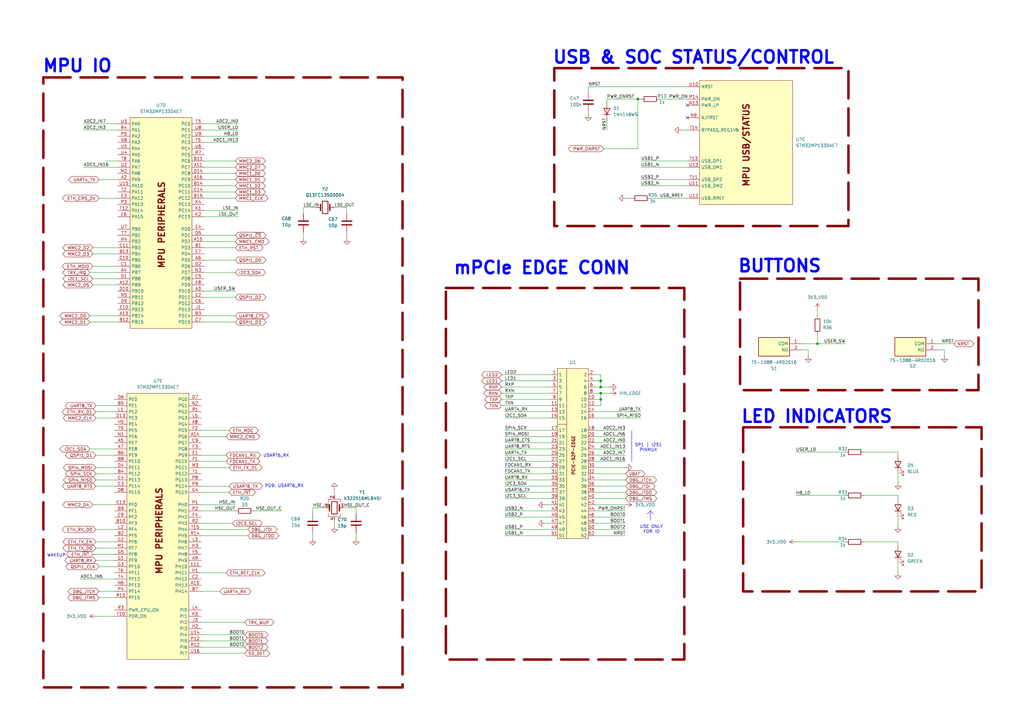
<source format=kicad_sch>
(kicad_sch (version 20250114) (generator "eeschema") (generator_version "9.0")
  (paper "A3")
  (title_block (title "ThingsCore-1") (date "2025-07-17") (rev "1"))
  (rectangle (start 304.8 175.26) (end 402.59 242.57) (stroke (width 1.016) (type dash) (color 132 0 0 1)))
  (rectangle (start 17.78 31.75) (end 165.1 281.94) (stroke (width 1.016) (type dash) (color 132 0 0 1)))
  (bezier (pts (xy 266.7 209.55) (xy 266.7 209.55) (xy 265.43 210.82) (xy 265.43 210.82)))
  (rectangle (start 182.88 118.11) (end 280.67 270.51) (stroke (width 1.016) (type dash) (color 132 0 0 1)))
  (rectangle (start 227.33 27.94) (end 347.98 92.71) (stroke (width 1.016) (type dash) (color 132 0 0 1)))
  (bezier (pts (xy 266.7 209.55) (xy 266.7 209.55) (xy 267.97 210.82) (xy 267.97 210.82)))
  (rectangle (start 303.53 114.3) (end 401.32 160.02) (stroke (width 1.016) (type dash) (color 132 0 0 1)))
  (text "USB & SOC STATUS/CONTROL" (at 284.48 23.622 0) (effects (font (size 5.08 5.08) (thickness 1.016) (bold yes))))
  (text "USE ONLY\nFOR IO\n" (at 267.208 217.17 0) (effects (font (size 1.27 1.27))))
  (text "BUTTONS" (at 319.786 109.22 0) (effects (font (size 5.08 5.08) (thickness 1.016) (bold yes))))
  (text "PG9: USART6_RX" (at 116.586 199.39 0) (effects (font (size 1.27 1.27))))
  (text "USART6_RX" (at 113.284 186.944 0) (effects (font (size 1.27 1.27))))
  (text "SP1 | I2S1\nPINMUX" (at 265.938 183.642 0) (effects (font (size 1.27 1.27))))
  (text "MPU IO\n" (at 31.75 27.178 0) (effects (font (size 5.08 5.08) (thickness 1.016) (bold yes))))
  (text "WAKEUP" (at 23.114 227.838 0) (effects (font (size 1.27 1.27))))
  (text "LED INDICATORS" (at 335.026 170.942 0) (effects (font (size 5.08 5.08) (thickness 1.016) (bold yes))))
  (text "mPCIe EDGE CONN" (at 222.25 109.982 0) (effects (font (size 5.08 5.08) (thickness 1.016) (bold yes))))
  (junction (at 335.28 140.97))
  (junction (at 246.38 163.83))
  (junction (at 246.38 161.29))
  (junction (at 246.38 156.21))
  (junction (at 246.38 158.75))
  (junction (at 261.62 40.64))
  (no_connect (at 281.94 48.26))
  (no_connect (at 281.94 43.18))
  (wire (pts (xy 262.89 73.66) (xy 281.94 73.66)))
  (wire (pts (xy 33.02 237.49) (xy 46.99 237.49)))
  (wire (pts (xy 124.46 87.63) (xy 124.46 85.09)))
  (wire (pts (xy 243.84 184.15) (xy 256.54 184.15)))
  (wire (pts (xy 205.74 158.75) (xy 226.06 158.75)))
  (wire (pts (xy 40.64 73.66) (xy 48.26 73.66)))
  (wire (pts (xy 243.84 181.61) (xy 256.54 181.61)))
  (wire (pts (xy 83.82 55.88) (xy 97.79 55.88)))
  (wire (pts (xy 39.37 217.17) (xy 46.99 217.17)))
  (wire (pts (xy 223.52 214.63) (xy 226.06 214.63)))
  (wire (pts (xy 39.37 224.79) (xy 46.99 224.79)))
  (wire (pts (xy 82.55 262.89) (xy 100.33 262.89)))
  (wire (pts (xy 207.01 181.61) (xy 226.06 181.61)))
  (wire (pts (xy 92.71 186.69) (xy 82.55 186.69)))
  (wire (pts (xy 256.54 81.28) (xy 259.08 81.28)))
  (wire (pts (xy 261.62 40.64) (xy 261.62 60.96)))
  (wire (pts (xy 93.98 191.77) (xy 82.55 191.77)))
  (wire (pts (xy 39.37 194.31) (xy 46.99 194.31)))
  (wire (pts (xy 146.05 218.44) (xy 146.05 220.98)))
  (wire (pts (xy 142.24 85.09) (xy 142.24 87.63)))
  (wire (pts (xy 46.99 199.39) (xy 39.37 199.39)))
  (wire (pts (xy 128.27 210.82) (xy 128.27 208.28)))
  (wire (pts (xy 96.52 99.06) (xy 83.82 99.06)))
  (wire (pts (xy 46.99 166.37) (xy 39.37 166.37)))
  (wire (pts (xy 38.1 109.22) (xy 48.26 109.22)))
  (wire (pts (xy 93.98 201.93) (xy 82.55 201.93)))
  (wire (pts (xy 93.98 199.39) (xy 82.55 199.39)))
  (wire (pts (xy 207.01 201.93) (xy 226.06 201.93)))
  (wire (pts (xy 43.18 66.04) (xy 48.26 66.04)))
  (wire (pts (xy 262.89 76.2) (xy 281.94 76.2)))
  (wire (pts (xy 140.97 208.28) (xy 146.05 208.28)))
  (wire (pts (xy 368.3 222.25) (xy 354.33 222.25)))
  (wire (pts (xy 96.52 68.58) (xy 83.82 68.58)))
  (wire (pts (xy 205.74 153.67) (xy 226.06 153.67)))
  (wire (pts (xy 246.38 153.67) (xy 243.84 153.67)))
  (wire (pts (xy 270.51 40.64) (xy 281.94 40.64)))
  (wire (pts (xy 128.27 208.28) (xy 133.35 208.28)))
  (wire (pts (xy 93.98 176.53) (xy 82.55 176.53)))
  (wire (pts (xy 40.64 81.28) (xy 48.26 81.28)))
  (wire (pts (xy 97.79 58.42) (xy 83.82 58.42)))
  (wire (pts (xy 36.83 129.54) (xy 48.26 129.54)))
  (wire (pts (xy 83.82 129.54) (xy 96.52 129.54)))
  (wire (pts (xy 92.71 179.07) (xy 82.55 179.07)))
  (polyline (pts (xy 266.7 209.55) (xy 266.7 213.36)))
  (wire (pts (xy 128.27 218.44) (xy 128.27 220.98)))
  (wire (pts (xy 124.46 85.09) (xy 129.54 85.09)))
  (wire (pts (xy 100.33 255.27) (xy 82.55 255.27)))
  (wire (pts (xy 36.83 184.15) (xy 46.99 184.15)))
  (wire (pts (xy 97.79 50.8) (xy 83.82 50.8)))
  (wire (pts (xy 279.4 53.34) (xy 281.94 53.34)))
  (wire (pts (xy 207.01 184.15) (xy 226.06 184.15)))
  (wire (pts (xy 39.37 168.91) (xy 46.99 168.91)))
  (wire (pts (xy 326.39 222.25) (xy 346.71 222.25)))
  (wire (pts (xy 368.3 203.2) (xy 368.3 204.47)))
  (wire (pts (xy 205.74 161.29) (xy 226.06 161.29)))
  (wire (pts (xy 246.38 156.21) (xy 246.38 153.67)))
  (wire (pts (xy 40.64 242.57) (xy 46.99 242.57)))
  (polyline (pts (xy 259.08 176.53) (xy 259.08 189.23)))
  (wire (pts (xy 243.84 209.55) (xy 256.54 209.55)))
  (wire (pts (xy 246.38 161.29) (xy 246.38 163.83)))
  (wire (pts (xy 82.55 267.97) (xy 100.33 267.97)))
  (wire (pts (xy 243.84 207.01) (xy 256.54 207.01)))
  (wire (pts (xy 207.01 179.07) (xy 226.06 179.07)))
  (wire (pts (xy 96.52 78.74) (xy 83.82 78.74)))
  (wire (pts (xy 207.01 191.77) (xy 226.06 191.77)))
  (wire (pts (xy 96.52 121.92) (xy 83.82 121.92)))
  (wire (pts (xy 137.16 203.2) (xy 137.16 200.66)))
  (wire (pts (xy 248.92 40.64) (xy 261.62 40.64)))
  (wire (pts (xy 38.1 207.01) (xy 46.99 207.01)))
  (wire (pts (xy 83.82 119.38) (xy 96.52 119.38)))
  (wire (pts (xy 205.74 166.37) (xy 226.06 166.37)))
  (wire (pts (xy 243.84 189.23) (xy 256.54 189.23)))
  (wire (pts (xy 82.55 214.63) (xy 95.25 214.63)))
  (wire (pts (xy 256.54 199.39) (xy 243.84 199.39)))
  (wire (pts (xy 40.64 232.41) (xy 46.99 232.41)))
  (wire (pts (xy 250.19 161.29) (xy 246.38 161.29)))
  (wire (pts (xy 39.37 252.73) (xy 46.99 252.73)))
  (wire (pts (xy 243.84 204.47) (xy 256.54 204.47)))
  (wire (pts (xy 96.52 96.52) (xy 83.82 96.52)))
  (wire (pts (xy 368.3 222.25) (xy 368.3 223.52)))
  (wire (pts (xy 104.14 209.55) (xy 115.57 209.55)))
  (wire (pts (xy 243.84 176.53) (xy 256.54 176.53)))
  (wire (pts (xy 207.01 189.23) (xy 226.06 189.23)))
  (wire (pts (xy 243.84 219.71) (xy 256.54 219.71)))
  (wire (pts (xy 387.35 143.51) (xy 387.35 146.05)))
  (wire (pts (xy 207.01 204.47) (xy 226.06 204.47)))
  (wire (pts (xy 243.84 194.31) (xy 256.54 194.31)))
  (wire (pts (xy 241.3 35.56) (xy 241.3 38.1)))
  (wire (pts (xy 207.01 209.55) (xy 226.06 209.55)))
  (wire (pts (xy 46.99 229.87) (xy 39.37 229.87)))
  (wire (pts (xy 96.52 101.6) (xy 83.82 101.6)))
  (wire (pts (xy 256.54 196.85) (xy 243.84 196.85)))
  (wire (pts (xy 243.84 158.75) (xy 246.38 158.75)))
  (wire (pts (xy 328.93 140.97) (xy 335.28 140.97)))
  (wire (pts (xy 243.84 217.17) (xy 256.54 217.17)))
  (wire (pts (xy 368.3 185.42) (xy 354.33 185.42)))
  (wire (pts (xy 96.52 76.2) (xy 83.82 76.2)))
  (wire (pts (xy 384.81 140.97) (xy 391.16 140.97)))
  (wire (pts (xy 90.17 242.57) (xy 82.55 242.57)))
  (wire (pts (xy 368.3 212.09) (xy 368.3 215.9)))
  (wire (pts (xy 83.82 86.36) (xy 97.79 86.36)))
  (wire (pts (xy 142.24 95.25) (xy 142.24 97.79)))
  (wire (pts (xy 261.62 40.64) (xy 262.89 40.64)))
  (wire (pts (xy 246.38 163.83) (xy 243.84 163.83)))
  (wire (pts (xy 96.52 106.68) (xy 83.82 106.68)))
  (wire (pts (xy 243.84 168.91) (xy 262.89 168.91)))
  (wire (pts (xy 262.89 68.58) (xy 281.94 68.58)))
  (wire (pts (xy 243.84 191.77) (xy 256.54 191.77)))
  (wire (pts (xy 96.52 132.08) (xy 83.82 132.08)))
  (wire (pts (xy 38.1 104.14) (xy 48.26 104.14)))
  (wire (pts (xy 83.82 111.76) (xy 96.52 111.76)))
  (wire (pts (xy 368.3 185.42) (xy 368.3 186.69)))
  (wire (pts (xy 243.84 214.63) (xy 256.54 214.63)))
  (wire (pts (xy 250.19 158.75) (xy 246.38 158.75)))
  (wire (pts (xy 207.01 171.45) (xy 226.06 171.45)))
  (wire (pts (xy 34.29 50.8) (xy 48.26 50.8)))
  (wire (pts (xy 96.52 71.12) (xy 83.82 71.12)))
  (wire (pts (xy 207.01 212.09) (xy 226.06 212.09)))
  (wire (pts (xy 38.1 116.84) (xy 48.26 116.84)))
  (wire (pts (xy 83.82 88.9) (xy 97.79 88.9)))
  (wire (pts (xy 368.3 194.31) (xy 368.3 198.12)))
  (wire (pts (xy 243.84 161.29) (xy 246.38 161.29)))
  (wire (pts (xy 101.6 217.17) (xy 82.55 217.17)))
  (wire (pts (xy 39.37 191.77) (xy 46.99 191.77)))
  (wire (pts (xy 34.29 53.34) (xy 48.26 53.34)))
  (wire (pts (xy 328.93 143.51) (xy 331.47 143.51)))
  (wire (pts (xy 83.82 81.28) (xy 96.52 81.28)))
  (wire (pts (xy 38.1 114.3) (xy 48.26 114.3)))
  (wire (pts (xy 38.1 101.6) (xy 48.26 101.6)))
  (wire (pts (xy 82.55 207.01) (xy 96.52 207.01)))
  (wire (pts (xy 137.16 213.36) (xy 137.16 215.9)))
  (wire (pts (xy 82.55 260.35) (xy 100.33 260.35)))
  (wire (pts (xy 247.65 60.96) (xy 261.62 60.96)))
  (wire (pts (xy 243.84 212.09) (xy 256.54 212.09)))
  (wire (pts (xy 207.01 176.53) (xy 226.06 176.53)))
  (wire (pts (xy 223.52 207.01) (xy 226.06 207.01)))
  (wire (pts (xy 82.55 209.55) (xy 96.52 209.55)))
  (wire (pts (xy 246.38 166.37) (xy 243.84 166.37)))
  (wire (pts (xy 137.16 85.09) (xy 142.24 85.09)))
  (wire (pts (xy 207.01 168.91) (xy 226.06 168.91)))
  (wire (pts (xy 207.01 196.85) (xy 226.06 196.85)))
  (wire (pts (xy 335.28 127) (xy 335.28 129.54)))
  (wire (pts (xy 243.84 179.07) (xy 256.54 179.07)))
  (wire (pts (xy 38.1 227.33) (xy 46.99 227.33)))
  (wire (pts (xy 331.47 143.51) (xy 331.47 146.05)))
  (wire (pts (xy 248.92 49.53) (xy 248.92 53.34)))
  (wire (pts (xy 92.71 234.95) (xy 82.55 234.95)))
  (wire (pts (xy 248.92 40.64) (xy 248.92 41.91)))
  (wire (pts (xy 326.39 203.2) (xy 346.71 203.2)))
  (wire (pts (xy 241.3 35.56) (xy 281.94 35.56)))
  (wire (pts (xy 243.84 186.69) (xy 256.54 186.69)))
  (wire (pts (xy 205.74 156.21) (xy 226.06 156.21)))
  (wire (pts (xy 387.35 143.51) (xy 384.81 143.51)))
  (wire (pts (xy 39.37 196.85) (xy 46.99 196.85)))
  (wire (pts (xy 207.01 219.71) (xy 226.06 219.71)))
  (wire (pts (xy 207.01 194.31) (xy 226.06 194.31)))
  (wire (pts (xy 368.3 231.14) (xy 368.3 234.95)))
  (wire (pts (xy 246.38 158.75) (xy 246.38 156.21)))
  (wire (pts (xy 39.37 171.45) (xy 46.99 171.45)))
  (wire (pts (xy 256.54 201.93) (xy 243.84 201.93)))
  (wire (pts (xy 266.7 81.28) (xy 281.94 81.28)))
  (wire (pts (xy 205.74 163.83) (xy 226.06 163.83)))
  (wire (pts (xy 146.05 208.28) (xy 146.05 210.82)))
  (wire (pts (xy 101.6 219.71) (xy 82.55 219.71)))
  (wire (pts (xy 124.46 95.25) (xy 124.46 97.79)))
  (wire (pts (xy 39.37 186.69) (xy 46.99 186.69)))
  (wire (pts (xy 246.38 166.37) (xy 246.38 163.83)))
  (wire (pts (xy 34.29 68.58) (xy 48.26 68.58)))
  (wire (pts (xy 82.55 265.43) (xy 100.33 265.43)))
  (wire (pts (xy 368.3 203.2) (xy 354.33 203.2)))
  (wire (pts (xy 241.3 46.99) (xy 241.3 45.72)))
  (wire (pts (xy 92.71 189.23) (xy 82.55 189.23)))
  (wire (pts (xy 207.01 199.39) (xy 226.06 199.39)))
  (wire (pts (xy 243.84 171.45) (xy 262.89 171.45)))
  (wire (pts (xy 40.64 245.11) (xy 46.99 245.11)))
  (wire (pts (xy 39.37 222.25) (xy 46.99 222.25)))
  (wire (pts (xy 335.28 137.16) (xy 335.28 140.97)))
  (wire (pts (xy 246.38 156.21) (xy 243.84 156.21)))
  (wire (pts (xy 96.52 73.66) (xy 83.82 73.66)))
  (wire (pts (xy 262.89 66.04) (xy 281.94 66.04)))
  (wire (pts (xy 36.83 111.76) (xy 48.26 111.76)))
  (wire (pts (xy 83.82 53.34) (xy 97.79 53.34)))
  (wire (pts (xy 96.52 66.04) (xy 83.82 66.04)))
  (wire (pts (xy 335.28 140.97) (xy 346.71 140.97)))
  (wire (pts (xy 326.39 185.42) (xy 346.71 185.42)))
  (wire (pts (xy 207.01 186.69) (xy 226.06 186.69)))
  (wire (pts (xy 36.83 132.08) (xy 48.26 132.08)))
  (wire (pts (xy 207.01 217.17) (xy 226.06 217.17)))
  (label "LSE_IN" (at 97.79 86.36 180))
  (label "SPI4_MISO" (at 262.89 171.45 180))
  (label "USER_SW" (at 96.52 119.38 180))
  (label "SPI4_SCK" (at 207.01 176.53 0))
  (label "LSE_IN" (at 124.46 85.09 0))
  (label "ADC2_IN3" (at 34.29 53.34 0))
  (label "NRST" (at 248.92 53.34 90))
  (label "RXN" (at 207.01 161.29 0))
  (label "I2C3_SDA" (at 207.01 199.39 0))
  (label "BOOT2" (at 100.33 265.43 180))
  (label "UART8_TX" (at 262.89 168.91 180))
  (label "ADC1_IN16" (at 34.29 68.58 0))
  (label "FDCAN1_TX" (at 207.01 194.31 0))
  (label "PWR_ONRST" (at 248.92 40.64 0))
  (label "PWR_ON" (at 274.32 40.64 0))
  (label "USB2_P" (at 262.89 73.66 0))
  (label "TXP" (at 207.01 163.83 0))
  (label "USART6_TX" (at 207.01 201.93 0))
  (label "NRST" (at 241.3 35.56 0))
  (label "UART8_RTS" (at 207.01 184.15 0))
  (label "USB1_N" (at 207.01 219.71 0))
  (label "LED2" (at 207.01 153.67 0))
  (label "ADC2_IN0" (at 256.54 181.61 180))
  (label "HB_LD" (at 97.79 55.88 180))
  (label "PWR_ONRST" (at 256.54 209.55 180))
  (label "ADC1_IN13" (at 256.54 184.15 180))
  (label "HB_LD" (at 326.39 203.2 0))
  (label "USER_LD" (at 97.79 53.34 180))
  (label "USB_RREF" (at 270.51 81.28 0))
  (label "ADC1_IN6" (at 33.02 237.49 0))
  (label "HSE_OUT_C" (at 140.97 208.28 0))
  (label "USB2_N" (at 207.01 209.55 0))
  (label "FDCAN1_RX" (at 207.01 191.77 0))
  (label "LSE_OUT" (at 137.16 85.09 0))
  (label "USER_SW" (at 346.71 140.97 180))
  (label "LED1" (at 207.01 156.21 0))
  (label "LSE_OUT" (at 97.79 88.9 180))
  (label "HSE_IN" (at 96.52 207.01 180))
  (label "UART8_RX" (at 207.01 196.85 0))
  (label "BOOT1" (at 256.54 214.63 180))
  (label "USER_LD" (at 326.39 185.42 0))
  (label "RXP" (at 207.01 158.75 0))
  (label "I2C1_SCL" (at 207.01 189.23 0))
  (label "TXN" (at 207.01 166.37 0))
  (label "USB1_P" (at 262.89 66.04 0))
  (label "I2C3_SCL" (at 207.01 204.47 0))
  (label "HSE_OUT" (at 96.52 209.55 180))
  (label "NRST" (at 256.54 219.71 180))
  (label "BOOT1" (at 100.33 262.89 180))
  (label "ADC1_IN6" (at 256.54 179.07 180))
  (label "UART4_RX" (at 207.01 168.91 0))
  (label "UART8_CTS" (at 207.01 181.61 0))
  (label "ADC2_IN7" (at 256.54 186.69 180))
  (label "BOOT0" (at 256.54 212.09 180))
  (label "ADC1_IN16" (at 256.54 189.23 180))
  (label "USB1_P" (at 207.01 217.17 0))
  (label "USB1_N" (at 262.89 68.58 0))
  (label "ADC2_IN3" (at 256.54 176.53 180))
  (label "HSE_IN" (at 128.27 208.28 0))
  (label "I2C1_SDA" (at 207.01 171.45 0))
  (label "NRST" (at 391.16 140.97 180))
  (label "ADC1_IN13" (at 97.79 58.42 180))
  (label "BOOT2" (at 256.54 217.17 180))
  (label "ADC2_IN0" (at 97.79 50.8 180))
  (label "SPI4_MOSI" (at 207.01 179.07 0))
  (label "ADC2_IN7" (at 34.29 50.8 0))
  (label "UART4_TX" (at 207.01 186.69 0))
  (label "BOOT0" (at 100.33 260.35 180))
  (label "USB2_P" (at 207.01 212.09 0))
  (label "HSE_OUT_C" (at 115.57 209.55 180))
  (label "USB2_N" (at 262.89 76.2 0))
  (global_label "BOOT2" (shape bidirectional) (at 100.33 265.43 0) (property "Intersheetrefs" "${INTERSHEET_REFS}" (effects (hide yes))))
  (global_label "SPI4_MISO" (shape bidirectional) (at 39.37 196.85 180) (property "Intersheetrefs" "${INTERSHEET_REFS}" (effects (hide yes))))
  (global_label "FDCAN1_RX" (shape bidirectional) (at 92.71 186.69 0) (property "Intersheetrefs" "${INTERSHEET_REFS}" (effects (hide yes))))
  (global_label "I2C3_SCL" (shape bidirectional) (at 95.25 214.63 0) (property "Intersheetrefs" "${INTERSHEET_REFS}" (effects (hide yes))))
  (global_label "UART4_TX" (shape bidirectional) (at 40.64 73.66 180) (property "Intersheetrefs" "${INTERSHEET_REFS}" (effects (hide yes))))
  (global_label "UART8_RTS" (shape bidirectional) (at 39.37 199.39 180) (property "Intersheetrefs" "${INTERSHEET_REFS}" (effects (hide yes))))
  (global_label "MMC2_D7" (shape bidirectional) (at 96.52 68.58 0) (property "Intersheetrefs" "${INTERSHEET_REFS}" (effects (hide yes))))
  (global_label "LED1" (shape bidirectional) (at 205.74 156.21 180) (property "Intersheetrefs" "${INTERSHEET_REFS}" (effects (hide yes))))
  (global_label "QSPI1_~{CS}" (shape bidirectional) (at 96.52 96.52 0) (property "Intersheetrefs" "${INTERSHEET_REFS}" (effects (hide yes))))
  (global_label "DBG_JTCK" (shape bidirectional) (at 256.54 196.85 0) (property "Intersheetrefs" "${INTERSHEET_REFS}" (effects (hide yes))))
  (global_label "MMC1_D3" (shape bidirectional) (at 96.52 78.74 0) (property "Intersheetrefs" "${INTERSHEET_REFS}" (effects (hide yes))))
  (global_label "QSPI1_CLK" (shape bidirectional) (at 40.64 232.41 180) (property "Intersheetrefs" "${INTERSHEET_REFS}" (effects (hide yes))))
  (global_label "DBG_JTDO" (shape bidirectional) (at 101.6 219.71 0) (property "Intersheetrefs" "${INTERSHEET_REFS}" (effects (hide yes))))
  (global_label "SPI4_MOSI" (shape bidirectional) (at 39.37 191.77 180) (property "Intersheetrefs" "${INTERSHEET_REFS}" (effects (hide yes))))
  (global_label "ETH_MDC" (shape bidirectional) (at 93.98 176.53 0) (property "Intersheetrefs" "${INTERSHEET_REFS}" (effects (hide yes))))
  (global_label "ETH_TX_D0" (shape bidirectional) (at 39.37 224.79 180) (property "Intersheetrefs" "${INTERSHEET_REFS}" (effects (hide yes))))
  (global_label "QSPI1_D1" (shape bidirectional) (at 39.37 186.69 180) (property "Intersheetrefs" "${INTERSHEET_REFS}" (effects (hide yes))))
  (global_label "UART8_TX" (shape bidirectional) (at 39.37 166.37 180) (property "Intersheetrefs" "${INTERSHEET_REFS}" (effects (hide yes))))
  (global_label "TRX_IRQ" (shape bidirectional) (at 36.83 111.76 180) (property "Intersheetrefs" "${INTERSHEET_REFS}" (effects (hide yes))))
  (global_label "TXP" (shape bidirectional) (at 205.74 163.83 180) (property "Intersheetrefs" "${INTERSHEET_REFS}" (effects (hide yes))))
  (global_label "ETH_~{INT}" (shape bidirectional) (at 38.1 227.33 180) (property "Intersheetrefs" "${INTERSHEET_REFS}" (effects (hide yes))))
  (global_label "MMC2_D2" (shape bidirectional) (at 38.1 101.6 180) (property "Intersheetrefs" "${INTERSHEET_REFS}" (effects (hide yes))))
  (global_label "MMC2_D3" (shape bidirectional) (at 38.1 104.14 180) (property "Intersheetrefs" "${INTERSHEET_REFS}" (effects (hide yes))))
  (global_label "VBAT" (shape bidirectional) (at 256.54 194.31 0) (property "Intersheetrefs" "${INTERSHEET_REFS}" (effects (hide yes))))
  (global_label "DBG_JTCK" (shape bidirectional) (at 40.64 242.57 180) (property "Intersheetrefs" "${INTERSHEET_REFS}" (effects (hide yes))))
  (global_label "QSPI1_D0" (shape bidirectional) (at 96.52 106.68 0) (property "Intersheetrefs" "${INTERSHEET_REFS}" (effects (hide yes))))
  (global_label "UART4_RX" (shape bidirectional) (at 90.17 242.57 0) (property "Intersheetrefs" "${INTERSHEET_REFS}" (effects (hide yes))))
  (global_label "DBG_JTMS" (shape bidirectional) (at 40.64 245.11 180) (property "Intersheetrefs" "${INTERSHEET_REFS}" (effects (hide yes))))
  (global_label "TRX_WUP" (shape bidirectional) (at 100.33 255.27 0) (property "Intersheetrefs" "${INTERSHEET_REFS}" (effects (hide yes))))
  (global_label "BOOT1" (shape bidirectional) (at 100.33 262.89 0) (property "Intersheetrefs" "${INTERSHEET_REFS}" (effects (hide yes))))
  (global_label "MMC1_CLK" (shape bidirectional) (at 96.52 81.28 0) (property "Intersheetrefs" "${INTERSHEET_REFS}" (effects (hide yes))))
  (global_label "TXN" (shape bidirectional) (at 205.74 166.37 180) (property "Intersheetrefs" "${INTERSHEET_REFS}" (effects (hide yes))))
  (global_label "ETH_TX_D1" (shape bidirectional) (at 93.98 191.77 0) (property "Intersheetrefs" "${INTERSHEET_REFS}" (effects (hide yes))))
  (global_label "LED2" (shape bidirectional) (at 205.74 153.67 180) (property "Intersheetrefs" "${INTERSHEET_REFS}" (effects (hide yes))))
  (global_label "MMC1_CMD" (shape bidirectional) (at 96.52 99.06 0) (property "Intersheetrefs" "${INTERSHEET_REFS}" (effects (hide yes))))
  (global_label "UART8_CTS" (shape bidirectional) (at 96.52 129.54 0) (property "Intersheetrefs" "${INTERSHEET_REFS}" (effects (hide yes))))
  (global_label "MMC1_D0" (shape bidirectional) (at 96.52 71.12 0) (property "Intersheetrefs" "${INTERSHEET_REFS}" (effects (hide yes))))
  (global_label "DBG_JTMS" (shape bidirectional) (at 256.54 204.47 0) (property "Intersheetrefs" "${INTERSHEET_REFS}" (effects (hide yes))))
  (global_label "ETH_RX_D0" (shape bidirectional) (at 39.37 217.17 180) (property "Intersheetrefs" "${INTERSHEET_REFS}" (effects (hide yes))))
  (global_label "RXP" (shape bidirectional) (at 205.74 158.75 180) (property "Intersheetrefs" "${INTERSHEET_REFS}" (effects (hide yes))))
  (global_label "ETH_REF_CLK" (shape bidirectional) (at 92.71 234.95 0) (property "Intersheetrefs" "${INTERSHEET_REFS}" (effects (hide yes))))
  (global_label "QSPI1_D2" (shape bidirectional) (at 96.52 121.92 0) (property "Intersheetrefs" "${INTERSHEET_REFS}" (effects (hide yes))))
  (global_label "SPI4_SCK" (shape bidirectional) (at 39.37 194.31 180) (property "Intersheetrefs" "${INTERSHEET_REFS}" (effects (hide yes))))
  (global_label "ETH_RX_D1" (shape bidirectional) (at 39.37 168.91 180) (property "Intersheetrefs" "${INTERSHEET_REFS}" (effects (hide yes))))
  (global_label "MMC2_CLK" (shape bidirectional) (at 39.37 171.45 180) (property "Intersheetrefs" "${INTERSHEET_REFS}" (effects (hide yes))))
  (global_label "I2C1_SDA" (shape bidirectional) (at 36.83 184.15 180) (property "Intersheetrefs" "${INTERSHEET_REFS}" (effects (hide yes))))
  (global_label "DBG_JTDI" (shape bidirectional) (at 256.54 199.39 0) (property "Intersheetrefs" "${INTERSHEET_REFS}" (effects (hide yes))))
  (global_label "FDCAN1_TX" (shape bidirectional) (at 92.71 189.23 0) (property "Intersheetrefs" "${INTERSHEET_REFS}" (effects (hide yes))))
  (global_label "MMC2_D5" (shape bidirectional) (at 38.1 116.84 180) (property "Intersheetrefs" "${INTERSHEET_REFS}" (effects (hide yes))))
  (global_label "MMC2_D4" (shape bidirectional) (at 38.1 207.01 180) (property "Intersheetrefs" "${INTERSHEET_REFS}" (effects (hide yes))))
  (global_label "QSPI1_D3" (shape bidirectional) (at 96.52 132.08 0) (property "Intersheetrefs" "${INTERSHEET_REFS}" (effects (hide yes))))
  (global_label "ETH_~{INT}" (shape bidirectional) (at 93.98 201.93 0) (property "Intersheetrefs" "${INTERSHEET_REFS}" (effects (hide yes))))
  (global_label "RXN" (shape bidirectional) (at 205.74 161.29 180) (property "Intersheetrefs" "${INTERSHEET_REFS}" (effects (hide yes))))
  (global_label "SD_DET" (shape bidirectional) (at 100.33 267.97 0) (property "Intersheetrefs" "${INTERSHEET_REFS}" (effects (hide yes))))
  (global_label "BOOT0" (shape bidirectional) (at 100.33 260.35 0) (property "Intersheetrefs" "${INTERSHEET_REFS}" (effects (hide yes))))
  (global_label "MMC1_D1" (shape bidirectional) (at 96.52 73.66 0) (property "Intersheetrefs" "${INTERSHEET_REFS}" (effects (hide yes))))
  (global_label "ETH_TX_EN" (shape bidirectional) (at 39.37 222.25 180) (property "Intersheetrefs" "${INTERSHEET_REFS}" (effects (hide yes))))
  (global_label "MMC2_D1" (shape bidirectional) (at 36.83 132.08 180) (property "Intersheetrefs" "${INTERSHEET_REFS}" (effects (hide yes))))
  (global_label "MMC2_CMD" (shape bidirectional) (at 92.71 179.07 0) (property "Intersheetrefs" "${INTERSHEET_REFS}" (effects (hide yes))))
  (global_label "ETH_MDIO" (shape bidirectional) (at 38.1 109.22 180) (property "Intersheetrefs" "${INTERSHEET_REFS}" (effects (hide yes))))
  (global_label "NRST" (shape bidirectional) (at 391.16 140.97 0) (property "Intersheetrefs" "${INTERSHEET_REFS}" (effects (hide yes))))
  (global_label "DBG_JTDI" (shape bidirectional) (at 101.6 217.17 0) (property "Intersheetrefs" "${INTERSHEET_REFS}" (effects (hide yes))))
  (global_label "MMC2_D0" (shape bidirectional) (at 36.83 129.54 180) (property "Intersheetrefs" "${INTERSHEET_REFS}" (effects (hide yes))))
  (global_label "UART8_RX" (shape bidirectional) (at 39.37 229.87 180) (property "Intersheetrefs" "${INTERSHEET_REFS}" (effects (hide yes))))
  (global_label "USART6_TX" (shape bidirectional) (at 93.98 199.39 0) (property "Intersheetrefs" "${INTERSHEET_REFS}" (effects (hide yes))))
  (global_label "I2C3_SDA" (shape bidirectional) (at 96.52 111.76 0) (property "Intersheetrefs" "${INTERSHEET_REFS}" (effects (hide yes))))
  (global_label "I2C1_SCL" (shape bidirectional) (at 38.1 114.3 180) (property "Intersheetrefs" "${INTERSHEET_REFS}" (effects (hide yes))))
  (global_label "MMC2_D6" (shape bidirectional) (at 96.52 66.04 0) (property "Intersheetrefs" "${INTERSHEET_REFS}" (effects (hide yes))))
  (global_label "ETH_RST" (shape bidirectional) (at 96.52 101.6 0) (property "Intersheetrefs" "${INTERSHEET_REFS}" (effects (hide yes))))
  (global_label "PWR_ONRST" (shape bidirectional) (at 247.65 60.96 180) (property "Intersheetrefs" "${INTERSHEET_REFS}" (effects (hide yes))))
  (global_label "MMC1_D2" (shape bidirectional) (at 96.52 76.2 0) (property "Intersheetrefs" "${INTERSHEET_REFS}" (effects (hide yes))))
  (global_label "ETH_CRS_DV" (shape bidirectional) (at 40.64 81.28 180) (property "Intersheetrefs" "${INTERSHEET_REFS}" (effects (hide yes))))
  (global_label "DBG_JTDO" (shape bidirectional) (at 256.54 201.93 0) (property "Intersheetrefs" "${INTERSHEET_REFS}" (effects (hide yes))))
  (symbol (lib_id "power:GND") (at 250.19 158.75 90) (unit 1)
    (property "Reference" "#PWR068" (effects (hide yes)))
    (property "Value" "GND" (effects (hide yes)))
    (property "Description" "Power symbol creates a global label with name \"GND\" , ground" (effects (hide yes)))
  )
  (symbol (lib_id "power:GND") (at 137.16 200.66 180) (unit 1)
    (property "Reference" "#PWR074" (effects (hide yes)))
    (property "Value" "GND" (effects (hide yes)))
    (property "Description" "Power symbol creates a global label with name \"GND\" , ground" (effects (hide yes)))
  )
  (symbol (lib_id "Device:R") (at 350.52 203.2 270) (mirror x) (unit 1)
    (property "Reference" "R33" (at 345.694 201.93 90))
    (property "Value" "1k" (at 345.694 204.47 90))
    (property "Footprint" "Resistor_SMD:R_0402_1005Metric" (effects (hide yes)))
    (property "Description" "Resistor" (effects (hide yes)))
  )
  (symbol (lib_id "power:+1V0") (at 39.37 252.73 90) (unit 1)
    (property "Reference" "#PWR0132" (effects (hide yes)))
    (property "Value" "3V3_VDD" (at 35.56 252.7299 90) (effects (justify left)))
    (property "Description" "Power symbol creates a global label with name \"+1V0\"" (effects (hide yes)))
  )
  (symbol (lib_id "power:+1V0") (at 326.39 222.25 90) (unit 1)
    (property "Reference" "#PWR0135" (effects (hide yes)))
    (property "Value" "3V3_VDD" (at 322.58 222.2499 90) (effects (justify left)))
    (property "Description" "Power symbol creates a global label with name \"+1V0\"" (effects (hide yes)))
  )
  (symbol (lib_id "Device:C") (at 142.24 91.44 180) (unit 1)
    (property "Reference" "C67" (at 134.62 89.916 0) (effects (justify right)))
    (property "Value" "10p" (at 134.62 92.456 0) (effects (justify right)))
    (property "Footprint" "Capacitor_SMD:C_0402_1005Metric" (effects (hide yes)))
    (property "Description" "Unpolarized capacitor" (effects (hide yes)))
  )
  (symbol (lib_id "Device:C") (at 241.3 41.91 180) (unit 1)
    (property "Reference" "C47" (at 233.68 40.386 0) (effects (justify right)))
    (property "Value" "100n" (at 233.68 42.926 0) (effects (justify right)))
    (property "Footprint" "Capacitor_SMD:C_0402_1005Metric" (effects (hide yes)))
    (property "Description" "Unpolarized capacitor" (effects (hide yes)))
  )
  (symbol (lib_id "power:GND") (at 279.4 53.34 270) (unit 1)
    (property "Reference" "#PWR045" (effects (hide yes)))
    (property "Value" "GND" (effects (hide yes)))
    (property "Description" "Power symbol creates a global label with name \"GND\" , ground" (effects (hide yes)))
  )
  (symbol (lib_id "Diode:1N4148WS") (at 248.92 45.72 90) (unit 1)
    (property "Reference" "D1" (at 251.46 44.4499 90) (effects (justify right)))
    (property "Value" "1N4148WS" (at 251.46 46.9899 90) (effects (justify right)))
    (property "Footprint" "Diode_SMD:D_SOD-323" (effects (hide yes)))
    (property "Datasheet" "https://www.vishay.com/docs/85751/1n4148ws.pdf" (effects (hide yes)))
    (property "Description" "75V 0.15A Fast switching Diode, SOD-323" (effects (hide yes)))
    (property "Sim.Device" "D" (effects (hide yes)))
    (property "Sim.Pins" "1=K 2=A" (effects (hide yes)))
  )
  (symbol (lib_id "Device:R") (at 335.28 133.35 180) (unit 1)
    (property "Reference" "R36" (at 339.344 134.366 0))
    (property "Value" "10k" (at 339.344 131.826 0))
    (property "Footprint" "Resistor_SMD:R_0402_1005Metric" (effects (hide yes)))
    (property "Description" "Resistor" (effects (hide yes)))
  )
  (symbol (lib_id "Device:C") (at 124.46 91.44 0) (mirror x) (unit 1)
    (property "Reference" "C68" (at 119.38 89.662 0) (effects (justify right)))
    (property "Value" "10p" (at 119.38 92.202 0) (effects (justify right)))
    (property "Footprint" "Capacitor_SMD:C_0402_1005Metric" (effects (hide yes)))
    (property "Description" "Unpolarized capacitor" (effects (hide yes)))
  )
  (symbol (lib_id "power:GND") (at 256.54 191.77 90) (unit 1)
    (property "Reference" "#PWR0136" (effects (hide yes)))
    (property "Value" "GND" (effects (hide yes)))
    (property "Description" "Power symbol creates a global label with name \"GND\" , ground" (effects (hide yes)))
  )
  (symbol (lib_id "power:GND") (at 256.54 81.28 270) (unit 1)
    (property "Reference" "#PWR093" (effects (hide yes)))
    (property "Value" "GND" (effects (hide yes)))
    (property "Description" "Power symbol creates a global label with name \"GND\" , ground" (effects (hide yes)))
  )
  (symbol (lib_id "Device:R") (at 262.89 81.28 90) (unit 1)
    (property "Reference" "R35" (at 267.716 80.01 90))
    (property "Value" "3k" (at 267.716 82.55 90))
    (property "Footprint" "Resistor_SMD:R_0402_1005Metric" (effects (hide yes)))
    (property "Description" "Resistor" (effects (hide yes)))
  )
  (symbol (lib_id "Device:R") (at 350.52 222.25 270) (mirror x) (unit 1)
    (property "Reference" "R34" (at 345.694 220.98 90))
    (property "Value" "1k" (at 345.694 223.52 90))
    (property "Footprint" "Resistor_SMD:R_0402_1005Metric" (effects (hide yes)))
    (property "Description" "Resistor" (effects (hide yes)))
  )
  (symbol (lib_id "power:GND") (at 223.52 207.01 270) (unit 1)
    (property "Reference" "#PWR0131" (effects (hide yes)))
    (property "Value" "GND" (effects (hide yes)))
    (property "Description" "Power symbol creates a global label with name \"GND\" , ground" (effects (hide yes)))
  )
  (symbol (lib_id "power:GND") (at 331.47 146.05 0) (unit 1)
    (property "Reference" "#PWR094" (effects (hide yes)))
    (property "Value" "GND" (effects (hide yes)))
    (property "Description" "Power symbol creates a global label with name \"GND\" , ground" (effects (hide yes)))
  )
  (symbol (lib_id "power:GND") (at 387.35 146.05 0) (unit 1)
    (property "Reference" "#PWR047" (effects (hide yes)))
    (property "Value" "GND" (effects (hide yes)))
    (property "Description" "Power symbol creates a global label with name \"GND\" , ground" (effects (hide yes)))
  )
  (symbol (lib_id "power:GND") (at 223.52 214.63 270) (unit 1)
    (property "Reference" "#PWR0130" (effects (hide yes)))
    (property "Value" "GND" (effects (hide yes)))
    (property "Description" "Power symbol creates a global label with name \"GND\" , ground" (effects (hide yes)))
  )
  (symbol (lib_id "ThingsCore-1:TS-1088-AR02016") (at 384.81 140.97 0) (mirror y) (unit 1)
    (property "Reference" "S2" (at 375.666 150.114 0) (effects (justify left)))
    (property "Value" "TS-1088-AR02016" (at 383.794 147.828 0) (effects (justify left)))
    (property "Footprint" "ThingsCore-1:TS1088AR02016" (effects (hide yes)))
    (property "Datasheet" "https://www.xunpudianzi.com/uploads/pdf/TS-1088-ARXXX.pdf" (effects (hide yes)))
    (property "Description" "Tact Switch" (effects (hide yes)))
    (property "Height" "2" (effects (hide yes)))
    (property "Manufacturer_Name" "XUNPU" (effects (hide yes)))
    (property "Manufacturer_Part_Number" "TS-1088-AR02016" (effects (hide yes)))
  )
  (symbol (lib_id "Device:LED") (at 368.3 190.5 90) (unit 1)
    (property "Reference" "D5" (at 372.11 190.8174 90) (effects (justify right)))
    (property "Value" "BLUE" (at 372.11 193.3574 90) (effects (justify right)))
    (property "Footprint" "LED_SMD:LED_0603_1608Metric" (effects (hide yes)))
    (property "Description" "Light emitting diode" (effects (hide yes)))
    (property "Sim.Pins" "1=K 2=A" (effects (hide yes)))
  )
  (symbol (lib_id "power:+1V0") (at 335.28 127 0) (unit 1)
    (property "Reference" "#PWR095" (effects (hide yes)))
    (property "Value" "3V3_VDD" (at 335.28 121.92 0))
    (property "Description" "Power symbol creates a global label with name \"+1V0\"" (effects (hide yes)))
  )
  (symbol (lib_id "power:GND") (at 146.05 220.98 0) (unit 1)
    (property "Reference" "#PWR072" (effects (hide yes)))
    (property "Value" "GND" (effects (hide yes)))
    (property "Description" "Power symbol creates a global label with name \"GND\" , ground" (effects (hide yes)))
  )
  (symbol (lib_id "power:GND") (at 241.3 46.99 0) (unit 1)
    (property "Reference" "#PWR046" (effects (hide yes)))
    (property "Value" "GND" (effects (hide yes)))
    (property "Description" "Power symbol creates a global label with name \"GND\" , ground" (effects (hide yes)))
  )
  (symbol (lib_id "power:GND") (at 137.16 215.9 0) (unit 1)
    (property "Reference" "#PWR073" (effects (hide yes)))
    (property "Value" "GND" (effects (hide yes)))
    (property "Description" "Power symbol creates a global label with name \"GND\" , ground" (effects (hide yes)))
  )
  (symbol (lib_id "ThingsCore-1:STM32MP133DAE7") (at 306.07 83.82 0) (unit 3)
    (property "Reference" "U7" (at 326.39 57.1499 0) (effects (justify left)))
    (property "Value" "STM32MP133DAE7" (at 326.39 59.6899 0) (effects (justify left)))
    (property "Footprint" "ThingsCore-1:LFBGA-289_14x14mm_Layout17x17_P0.8mm" (effects (hide yes)))
  )
  (symbol (lib_id "Device:Crystal") (at 133.35 85.09 0) (mirror y) (unit 1)
    (property "Reference" "Y2" (at 133.35 77.47 0))
    (property "Value" "Q13FC13500004" (at 133.35 80.01 0))
    (property "Footprint" "Crystal:Crystal_SMD_3215-2Pin_3.2x1.5mm" (effects (hide yes)))
    (property "Description" "Two pin crystal" (effects (hide yes)))
  )
  (symbol (lib_id "power:GND") (at 368.3 198.12 0) (unit 1)
    (property "Reference" "#PWR090" (effects (hide yes)))
    (property "Value" "GND" (effects (hide yes)))
    (property "Description" "Power symbol creates a global label with name \"GND\" , ground" (effects (hide yes)))
  )
  (symbol (lib_id "Device:Crystal_GND24") (at 137.16 208.28 0) (unit 1)
    (property "Reference" "Y1" (at 148.59 201.8598 0))
    (property "Value" "X322516MLB4SI" (at 148.59 204.3998 0))
    (property "Footprint" "Crystal:Crystal_SMD_3225-4Pin_3.2x2.5mm" (effects (hide yes)))
    (property "Description" "Four pin crystal, GND on pins 2 and 4" (effects (hide yes)))
  )
  (symbol (lib_id "power:+1V0") (at 250.19 161.29 270) (unit 1)
    (property "Reference" "#PWR067" (effects (hide yes)))
    (property "Value" "VIN_EDGE" (at 254 161.2901 90) (effects (justify left)))
    (property "Description" "Power symbol creates a global label with name \"+1V0\"" (effects (hide yes)))
  )
  (symbol (lib_id "Device:LED") (at 368.3 227.33 90) (unit 1)
    (property "Reference" "D2" (at 372.11 227.6474 90) (effects (justify right)))
    (property "Value" "GREEN" (at 372.11 230.1874 90) (effects (justify right)))
    (property "Footprint" "LED_SMD:LED_0603_1608Metric" (effects (hide yes)))
    (property "Description" "Light emitting diode" (effects (hide yes)))
    (property "Sim.Pins" "1=K 2=A" (effects (hide yes)))
  )
  (symbol (lib_id "power:GND") (at 142.24 97.79 0) (unit 1)
    (property "Reference" "#PWR070" (effects (hide yes)))
    (property "Value" "GND" (effects (hide yes)))
    (property "Description" "Power symbol creates a global label with name \"GND\" , ground" (effects (hide yes)))
  )
  (symbol (lib_id "Device:LED") (at 368.3 208.28 90) (unit 1)
    (property "Reference" "D3" (at 372.11 208.5974 90) (effects (justify right)))
    (property "Value" "RED" (at 372.11 211.1374 90) (effects (justify right)))
    (property "Footprint" "LED_SMD:LED_0603_1608Metric" (effects (hide yes)))
    (property "Description" "Light emitting diode" (effects (hide yes)))
    (property "Sim.Pins" "1=K 2=A" (effects (hide yes)))
  )
  (symbol (lib_id "power:GND") (at 368.3 234.95 0) (unit 1)
    (property "Reference" "#PWR092" (effects (hide yes)))
    (property "Value" "GND" (effects (hide yes)))
    (property "Description" "Power symbol creates a global label with name \"GND\" , ground" (effects (hide yes)))
  )
  (symbol (lib_id "power:+1V0") (at 256.54 207.01 270) (unit 1)
    (property "Reference" "#PWR0129" (effects (hide yes)))
    (property "Value" "3V3_VDD" (at 260.35 207.0099 90) (effects (justify left)))
    (property "Description" "Power symbol creates a global label with name \"+1V0\"" (effects (hide yes)))
  )
  (symbol (lib_id "Device:R") (at 266.7 40.64 90) (unit 1)
    (property "Reference" "R13" (at 271.526 39.37 90))
    (property "Value" "1k" (at 271.526 41.91 90))
    (property "Footprint" "Resistor_SMD:R_0402_1005Metric" (effects (hide yes)))
    (property "Description" "Resistor" (effects (hide yes)))
  )
  (symbol (lib_id "ThingsCore-1:STM32MP133DAE7") (at 64.77 270.51 0) (unit 5)
    (property "Reference" "U7" (at 64.77 156.21 0))
    (property "Value" "STM32MP133DAE7" (at 64.77 158.75 0))
    (property "Footprint" "ThingsCore-1:LFBGA-289_14x14mm_Layout17x17_P0.8mm" (effects (hide yes)))
  )
  (symbol (lib_id "Device:C") (at 146.05 214.63 180) (unit 1)
    (property "Reference" "C70" (at 138.43 213.106 0) (effects (justify right)))
    (property "Value" "15p" (at 138.43 215.646 0) (effects (justify right)))
    (property "Footprint" "Capacitor_SMD:C_0402_1005Metric" (effects (hide yes)))
    (property "Description" "Unpolarized capacitor" (effects (hide yes)))
  )
  (symbol (lib_id "Device:R") (at 100.33 209.55 90) (unit 1)
    (property "Reference" "R20" (at 100.33 204.47 90))
    (property "Value" "33" (at 100.33 207.01 90))
    (property "Footprint" "Resistor_SMD:R_0402_1005Metric" (effects (hide yes)))
    (property "Description" "Resistor" (effects (hide yes)))
  )
  (symbol (lib_id "power:GND") (at 368.3 215.9 0) (unit 1)
    (property "Reference" "#PWR091" (effects (hide yes)))
    (property "Value" "GND" (effects (hide yes)))
    (property "Description" "Power symbol creates a global label with name \"GND\" , ground" (effects (hide yes)))
  )
  (symbol (lib_id "ThingsCore-1:STM32MP133DAE7") (at 66.04 134.62 0) (unit 4)
    (property "Reference" "U7" (at 66.04 43.18 0))
    (property "Value" "STM32MP133DAE7" (at 66.04 45.72 0))
    (property "Footprint" "ThingsCore-1:LFBGA-289_14x14mm_Layout17x17_P0.8mm" (effects (hide yes)))
  )
  (symbol (lib_id "ThingsCore-1:TS-1088-AR02016") (at 328.93 140.97 0) (mirror y) (unit 1)
    (property "Reference" "S1" (at 317.5 151.13 0))
    (property "Value" "TS-1088-AR02016" (at 317.5 148.59 0))
    (property "Footprint" "ThingsCore-1:TS1088AR02016" (effects (hide yes)))
    (property "Datasheet" "https://www.xunpudianzi.com/uploads/pdf/TS-1088-ARXXX.pdf" (effects (hide yes)))
    (property "Description" "Tact Switch" (effects (hide yes)))
    (property "Height" "2" (effects (hide yes)))
    (property "Manufacturer_Name" "XUNPU" (effects (hide yes)))
    (property "Manufacturer_Part_Number" "TS-1088-AR02016" (effects (hide yes)))
  )
  (symbol (lib_id "Device:R") (at 350.52 185.42 270) (mirror x) (unit 1)
    (property "Reference" "R32" (at 345.694 184.15 90))
    (property "Value" "1k" (at 345.694 186.69 90))
    (property "Footprint" "Resistor_SMD:R_0402_1005Metric" (effects (hide yes)))
    (property "Description" "Resistor" (effects (hide yes)))
  )
  (symbol (lib_id "power:GND") (at 128.27 220.98 0) (unit 1)
    (property "Reference" "#PWR071" (effects (hide yes)))
    (property "Value" "GND" (effects (hide yes)))
    (property "Description" "Power symbol creates a global label with name \"GND\" , ground" (effects (hide yes)))
  )
  (symbol (lib_id "ThingsCore-1:PCIE-52P-EDGE") (at 234.95 220.98 0) (unit 1)
    (property "Reference" "U1" (at 234.95 148.59 0))
    (property "Footprint" "ThingsCore-1:PCIE-52P-EDGEFULL" (effects (hide yes)))
  )
  (symbol (lib_id "power:GND") (at 124.46 97.79 0) (unit 1)
    (property "Reference" "#PWR069" (effects (hide yes)))
    (property "Value" "GND" (effects (hide yes)))
    (property "Description" "Power symbol creates a global label with name \"GND\" , ground" (effects (hide yes)))
  )
  (symbol (lib_id "Device:C") (at 128.27 214.63 0) (mirror x) (unit 1)
    (property "Reference" "C69" (at 123.19 212.852 0) (effects (justify right)))
    (property "Value" "15p" (at 123.19 215.392 0) (effects (justify right)))
    (property "Footprint" "Capacitor_SMD:C_0402_1005Metric" (effects (hide yes)))
    (property "Description" "Unpolarized capacitor" (effects (hide yes)))
  )
)
</source>
